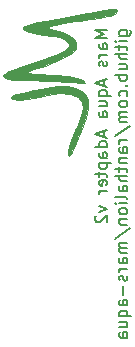
<source format=gbr>
G04 #@! TF.GenerationSoftware,KiCad,Pcbnew,(5.0.1)-3*
G04 #@! TF.CreationDate,2019-05-27T15:52:32-04:00*
G04 #@! TF.ProjectId,mars-aqua-adapter,6D6172732D617175612D616461707465,rev?*
G04 #@! TF.SameCoordinates,Original*
G04 #@! TF.FileFunction,Legend,Bot*
G04 #@! TF.FilePolarity,Positive*
%FSLAX46Y46*%
G04 Gerber Fmt 4.6, Leading zero omitted, Abs format (unit mm)*
G04 Created by KiCad (PCBNEW (5.0.1)-3) date 5/27/2019 3:52:32 PM*
%MOMM*%
%LPD*%
G01*
G04 APERTURE LIST*
%ADD10C,0.200000*%
%ADD11C,0.010000*%
G04 APERTURE END LIST*
D10*
X124771040Y-83847735D02*
X123771040Y-83847735D01*
X124485326Y-84181068D01*
X123771040Y-84514401D01*
X124771040Y-84514401D01*
X124771040Y-85419163D02*
X124247231Y-85419163D01*
X124151993Y-85371544D01*
X124104374Y-85276306D01*
X124104374Y-85085830D01*
X124151993Y-84990592D01*
X124723421Y-85419163D02*
X124771040Y-85323925D01*
X124771040Y-85085830D01*
X124723421Y-84990592D01*
X124628183Y-84942973D01*
X124532945Y-84942973D01*
X124437707Y-84990592D01*
X124390088Y-85085830D01*
X124390088Y-85323925D01*
X124342469Y-85419163D01*
X124771040Y-85895354D02*
X124104374Y-85895354D01*
X124294850Y-85895354D02*
X124199612Y-85942973D01*
X124151993Y-85990592D01*
X124104374Y-86085830D01*
X124104374Y-86181068D01*
X124723421Y-86466782D02*
X124771040Y-86562020D01*
X124771040Y-86752497D01*
X124723421Y-86847735D01*
X124628183Y-86895354D01*
X124580564Y-86895354D01*
X124485326Y-86847735D01*
X124437707Y-86752497D01*
X124437707Y-86609640D01*
X124390088Y-86514401D01*
X124294850Y-86466782D01*
X124247231Y-86466782D01*
X124151993Y-86514401D01*
X124104374Y-86609640D01*
X124104374Y-86752497D01*
X124151993Y-86847735D01*
X124485326Y-88038211D02*
X124485326Y-88514401D01*
X124771040Y-87942973D02*
X123771040Y-88276306D01*
X124771040Y-88609640D01*
X124104374Y-89371544D02*
X125104374Y-89371544D01*
X124723421Y-89371544D02*
X124771040Y-89276306D01*
X124771040Y-89085830D01*
X124723421Y-88990592D01*
X124675802Y-88942973D01*
X124580564Y-88895354D01*
X124294850Y-88895354D01*
X124199612Y-88942973D01*
X124151993Y-88990592D01*
X124104374Y-89085830D01*
X124104374Y-89276306D01*
X124151993Y-89371544D01*
X124104374Y-90276306D02*
X124771040Y-90276306D01*
X124104374Y-89847735D02*
X124628183Y-89847735D01*
X124723421Y-89895354D01*
X124771040Y-89990592D01*
X124771040Y-90133449D01*
X124723421Y-90228687D01*
X124675802Y-90276306D01*
X124771040Y-91181068D02*
X124247231Y-91181068D01*
X124151993Y-91133449D01*
X124104374Y-91038211D01*
X124104374Y-90847735D01*
X124151993Y-90752497D01*
X124723421Y-91181068D02*
X124771040Y-91085830D01*
X124771040Y-90847735D01*
X124723421Y-90752497D01*
X124628183Y-90704878D01*
X124532945Y-90704878D01*
X124437707Y-90752497D01*
X124390088Y-90847735D01*
X124390088Y-91085830D01*
X124342469Y-91181068D01*
X124485326Y-92371544D02*
X124485326Y-92847735D01*
X124771040Y-92276306D02*
X123771040Y-92609640D01*
X124771040Y-92942973D01*
X124771040Y-93704878D02*
X123771040Y-93704878D01*
X124723421Y-93704878D02*
X124771040Y-93609640D01*
X124771040Y-93419163D01*
X124723421Y-93323925D01*
X124675802Y-93276306D01*
X124580564Y-93228687D01*
X124294850Y-93228687D01*
X124199612Y-93276306D01*
X124151993Y-93323925D01*
X124104374Y-93419163D01*
X124104374Y-93609640D01*
X124151993Y-93704878D01*
X124771040Y-94609640D02*
X124247231Y-94609640D01*
X124151993Y-94562020D01*
X124104374Y-94466782D01*
X124104374Y-94276306D01*
X124151993Y-94181068D01*
X124723421Y-94609640D02*
X124771040Y-94514401D01*
X124771040Y-94276306D01*
X124723421Y-94181068D01*
X124628183Y-94133449D01*
X124532945Y-94133449D01*
X124437707Y-94181068D01*
X124390088Y-94276306D01*
X124390088Y-94514401D01*
X124342469Y-94609640D01*
X124104374Y-95085830D02*
X125104374Y-95085830D01*
X124151993Y-95085830D02*
X124104374Y-95181068D01*
X124104374Y-95371544D01*
X124151993Y-95466782D01*
X124199612Y-95514401D01*
X124294850Y-95562020D01*
X124580564Y-95562020D01*
X124675802Y-95514401D01*
X124723421Y-95466782D01*
X124771040Y-95371544D01*
X124771040Y-95181068D01*
X124723421Y-95085830D01*
X124104374Y-95847735D02*
X124104374Y-96228687D01*
X123771040Y-95990592D02*
X124628183Y-95990592D01*
X124723421Y-96038211D01*
X124771040Y-96133449D01*
X124771040Y-96228687D01*
X124723421Y-96942973D02*
X124771040Y-96847735D01*
X124771040Y-96657259D01*
X124723421Y-96562020D01*
X124628183Y-96514401D01*
X124247231Y-96514401D01*
X124151993Y-96562020D01*
X124104374Y-96657259D01*
X124104374Y-96847735D01*
X124151993Y-96942973D01*
X124247231Y-96990592D01*
X124342469Y-96990592D01*
X124437707Y-96514401D01*
X124771040Y-97419163D02*
X124104374Y-97419163D01*
X124294850Y-97419163D02*
X124199612Y-97466782D01*
X124151993Y-97514401D01*
X124104374Y-97609640D01*
X124104374Y-97704878D01*
X124104374Y-98704878D02*
X124771040Y-98942973D01*
X124104374Y-99181068D01*
X123866279Y-99514401D02*
X123818660Y-99562020D01*
X123771040Y-99657259D01*
X123771040Y-99895354D01*
X123818660Y-99990592D01*
X123866279Y-100038211D01*
X123961517Y-100085830D01*
X124056755Y-100085830D01*
X124199612Y-100038211D01*
X124771040Y-99466782D01*
X124771040Y-100085830D01*
X125804374Y-84276306D02*
X126613898Y-84276306D01*
X126709136Y-84228687D01*
X126756755Y-84181068D01*
X126804374Y-84085830D01*
X126804374Y-83942973D01*
X126756755Y-83847735D01*
X126423421Y-84276306D02*
X126471040Y-84181068D01*
X126471040Y-83990592D01*
X126423421Y-83895354D01*
X126375802Y-83847735D01*
X126280564Y-83800116D01*
X125994850Y-83800116D01*
X125899612Y-83847735D01*
X125851993Y-83895354D01*
X125804374Y-83990592D01*
X125804374Y-84181068D01*
X125851993Y-84276306D01*
X126471040Y-84752497D02*
X125804374Y-84752497D01*
X125471040Y-84752497D02*
X125518660Y-84704878D01*
X125566279Y-84752497D01*
X125518660Y-84800116D01*
X125471040Y-84752497D01*
X125566279Y-84752497D01*
X125804374Y-85085830D02*
X125804374Y-85466782D01*
X125471040Y-85228687D02*
X126328183Y-85228687D01*
X126423421Y-85276306D01*
X126471040Y-85371544D01*
X126471040Y-85466782D01*
X126471040Y-85800116D02*
X125471040Y-85800116D01*
X126471040Y-86228687D02*
X125947231Y-86228687D01*
X125851993Y-86181068D01*
X125804374Y-86085830D01*
X125804374Y-85942973D01*
X125851993Y-85847735D01*
X125899612Y-85800116D01*
X125804374Y-87133449D02*
X126471040Y-87133449D01*
X125804374Y-86704878D02*
X126328183Y-86704878D01*
X126423421Y-86752497D01*
X126471040Y-86847735D01*
X126471040Y-86990592D01*
X126423421Y-87085830D01*
X126375802Y-87133449D01*
X126471040Y-87609640D02*
X125471040Y-87609640D01*
X125851993Y-87609640D02*
X125804374Y-87704878D01*
X125804374Y-87895354D01*
X125851993Y-87990592D01*
X125899612Y-88038211D01*
X125994850Y-88085830D01*
X126280564Y-88085830D01*
X126375802Y-88038211D01*
X126423421Y-87990592D01*
X126471040Y-87895354D01*
X126471040Y-87704878D01*
X126423421Y-87609640D01*
X126375802Y-88514401D02*
X126423421Y-88562020D01*
X126471040Y-88514401D01*
X126423421Y-88466782D01*
X126375802Y-88514401D01*
X126471040Y-88514401D01*
X126423421Y-89419163D02*
X126471040Y-89323925D01*
X126471040Y-89133449D01*
X126423421Y-89038211D01*
X126375802Y-88990592D01*
X126280564Y-88942973D01*
X125994850Y-88942973D01*
X125899612Y-88990592D01*
X125851993Y-89038211D01*
X125804374Y-89133449D01*
X125804374Y-89323925D01*
X125851993Y-89419163D01*
X126471040Y-89990592D02*
X126423421Y-89895354D01*
X126375802Y-89847735D01*
X126280564Y-89800116D01*
X125994850Y-89800116D01*
X125899612Y-89847735D01*
X125851993Y-89895354D01*
X125804374Y-89990592D01*
X125804374Y-90133449D01*
X125851993Y-90228687D01*
X125899612Y-90276306D01*
X125994850Y-90323925D01*
X126280564Y-90323925D01*
X126375802Y-90276306D01*
X126423421Y-90228687D01*
X126471040Y-90133449D01*
X126471040Y-89990592D01*
X126471040Y-90752497D02*
X125804374Y-90752497D01*
X125899612Y-90752497D02*
X125851993Y-90800116D01*
X125804374Y-90895354D01*
X125804374Y-91038211D01*
X125851993Y-91133449D01*
X125947231Y-91181068D01*
X126471040Y-91181068D01*
X125947231Y-91181068D02*
X125851993Y-91228687D01*
X125804374Y-91323925D01*
X125804374Y-91466782D01*
X125851993Y-91562020D01*
X125947231Y-91609640D01*
X126471040Y-91609640D01*
X125423421Y-92800116D02*
X126709136Y-91942973D01*
X126471040Y-93133449D02*
X125804374Y-93133449D01*
X125994850Y-93133449D02*
X125899612Y-93181068D01*
X125851993Y-93228687D01*
X125804374Y-93323925D01*
X125804374Y-93419163D01*
X126471040Y-94181068D02*
X125947231Y-94181068D01*
X125851993Y-94133449D01*
X125804374Y-94038211D01*
X125804374Y-93847735D01*
X125851993Y-93752497D01*
X126423421Y-94181068D02*
X126471040Y-94085830D01*
X126471040Y-93847735D01*
X126423421Y-93752497D01*
X126328183Y-93704878D01*
X126232945Y-93704878D01*
X126137707Y-93752497D01*
X126090088Y-93847735D01*
X126090088Y-94085830D01*
X126042469Y-94181068D01*
X125804374Y-94657259D02*
X126471040Y-94657259D01*
X125899612Y-94657259D02*
X125851993Y-94704878D01*
X125804374Y-94800116D01*
X125804374Y-94942973D01*
X125851993Y-95038211D01*
X125947231Y-95085830D01*
X126471040Y-95085830D01*
X125804374Y-95419163D02*
X125804374Y-95800116D01*
X125471040Y-95562020D02*
X126328183Y-95562020D01*
X126423421Y-95609640D01*
X126471040Y-95704878D01*
X126471040Y-95800116D01*
X126471040Y-96133449D02*
X125471040Y-96133449D01*
X126471040Y-96562020D02*
X125947231Y-96562020D01*
X125851993Y-96514401D01*
X125804374Y-96419163D01*
X125804374Y-96276306D01*
X125851993Y-96181068D01*
X125899612Y-96133449D01*
X126471040Y-97466782D02*
X125947231Y-97466782D01*
X125851993Y-97419163D01*
X125804374Y-97323925D01*
X125804374Y-97133449D01*
X125851993Y-97038211D01*
X126423421Y-97466782D02*
X126471040Y-97371544D01*
X126471040Y-97133449D01*
X126423421Y-97038211D01*
X126328183Y-96990592D01*
X126232945Y-96990592D01*
X126137707Y-97038211D01*
X126090088Y-97133449D01*
X126090088Y-97371544D01*
X126042469Y-97466782D01*
X126471040Y-98085830D02*
X126423421Y-97990592D01*
X126328183Y-97942973D01*
X125471040Y-97942973D01*
X126471040Y-98466782D02*
X125804374Y-98466782D01*
X125471040Y-98466782D02*
X125518660Y-98419163D01*
X125566279Y-98466782D01*
X125518660Y-98514401D01*
X125471040Y-98466782D01*
X125566279Y-98466782D01*
X126471040Y-99085830D02*
X126423421Y-98990592D01*
X126375802Y-98942973D01*
X126280564Y-98895354D01*
X125994850Y-98895354D01*
X125899612Y-98942973D01*
X125851993Y-98990592D01*
X125804374Y-99085830D01*
X125804374Y-99228687D01*
X125851993Y-99323925D01*
X125899612Y-99371544D01*
X125994850Y-99419163D01*
X126280564Y-99419163D01*
X126375802Y-99371544D01*
X126423421Y-99323925D01*
X126471040Y-99228687D01*
X126471040Y-99085830D01*
X125804374Y-99847735D02*
X126471040Y-99847735D01*
X125899612Y-99847735D02*
X125851993Y-99895354D01*
X125804374Y-99990592D01*
X125804374Y-100133449D01*
X125851993Y-100228687D01*
X125947231Y-100276306D01*
X126471040Y-100276306D01*
X125423421Y-101466782D02*
X126709136Y-100609640D01*
X126471040Y-101800116D02*
X125804374Y-101800116D01*
X125899612Y-101800116D02*
X125851993Y-101847735D01*
X125804374Y-101942973D01*
X125804374Y-102085830D01*
X125851993Y-102181068D01*
X125947231Y-102228687D01*
X126471040Y-102228687D01*
X125947231Y-102228687D02*
X125851993Y-102276306D01*
X125804374Y-102371544D01*
X125804374Y-102514401D01*
X125851993Y-102609640D01*
X125947231Y-102657259D01*
X126471040Y-102657259D01*
X126471040Y-103562020D02*
X125947231Y-103562020D01*
X125851993Y-103514401D01*
X125804374Y-103419163D01*
X125804374Y-103228687D01*
X125851993Y-103133449D01*
X126423421Y-103562020D02*
X126471040Y-103466782D01*
X126471040Y-103228687D01*
X126423421Y-103133449D01*
X126328183Y-103085830D01*
X126232945Y-103085830D01*
X126137707Y-103133449D01*
X126090088Y-103228687D01*
X126090088Y-103466782D01*
X126042469Y-103562020D01*
X126471040Y-104038211D02*
X125804374Y-104038211D01*
X125994850Y-104038211D02*
X125899612Y-104085830D01*
X125851993Y-104133449D01*
X125804374Y-104228687D01*
X125804374Y-104323925D01*
X126423421Y-104609640D02*
X126471040Y-104704878D01*
X126471040Y-104895354D01*
X126423421Y-104990592D01*
X126328183Y-105038211D01*
X126280564Y-105038211D01*
X126185326Y-104990592D01*
X126137707Y-104895354D01*
X126137707Y-104752497D01*
X126090088Y-104657259D01*
X125994850Y-104609640D01*
X125947231Y-104609640D01*
X125851993Y-104657259D01*
X125804374Y-104752497D01*
X125804374Y-104895354D01*
X125851993Y-104990592D01*
X126090088Y-105466782D02*
X126090088Y-106228687D01*
X126471040Y-107133449D02*
X125947231Y-107133449D01*
X125851993Y-107085830D01*
X125804374Y-106990592D01*
X125804374Y-106800116D01*
X125851993Y-106704878D01*
X126423421Y-107133449D02*
X126471040Y-107038211D01*
X126471040Y-106800116D01*
X126423421Y-106704878D01*
X126328183Y-106657259D01*
X126232945Y-106657259D01*
X126137707Y-106704878D01*
X126090088Y-106800116D01*
X126090088Y-107038211D01*
X126042469Y-107133449D01*
X125804374Y-108038211D02*
X126804374Y-108038211D01*
X126423421Y-108038211D02*
X126471040Y-107942973D01*
X126471040Y-107752497D01*
X126423421Y-107657259D01*
X126375802Y-107609640D01*
X126280564Y-107562020D01*
X125994850Y-107562020D01*
X125899612Y-107609640D01*
X125851993Y-107657259D01*
X125804374Y-107752497D01*
X125804374Y-107942973D01*
X125851993Y-108038211D01*
X125804374Y-108942973D02*
X126471040Y-108942973D01*
X125804374Y-108514401D02*
X126328183Y-108514401D01*
X126423421Y-108562020D01*
X126471040Y-108657259D01*
X126471040Y-108800116D01*
X126423421Y-108895354D01*
X126375802Y-108942973D01*
X126471040Y-109847735D02*
X125947231Y-109847735D01*
X125851993Y-109800116D01*
X125804374Y-109704878D01*
X125804374Y-109514401D01*
X125851993Y-109419163D01*
X126423421Y-109847735D02*
X126471040Y-109752497D01*
X126471040Y-109514401D01*
X126423421Y-109419163D01*
X126328183Y-109371544D01*
X126232945Y-109371544D01*
X126137707Y-109419163D01*
X126090088Y-109514401D01*
X126090088Y-109752497D01*
X126042469Y-109847735D01*
D11*
G04 #@! TO.C,G\002A\002A\002A*
G36*
X116818006Y-89674835D02*
X117279879Y-89708299D01*
X118033858Y-89633692D01*
X119067008Y-89451915D01*
X119680162Y-89322021D01*
X120807592Y-89149431D01*
X121675210Y-89188397D01*
X122282358Y-89438680D01*
X122628379Y-89900036D01*
X122716803Y-90436685D01*
X122648099Y-90806690D01*
X122466398Y-91367656D01*
X122208316Y-92009217D01*
X122157173Y-92123429D01*
X121793322Y-92982580D01*
X121553857Y-93677956D01*
X121448980Y-94170620D01*
X121488891Y-94421634D01*
X121548804Y-94445662D01*
X121738516Y-94308602D01*
X121818614Y-94151291D01*
X121926344Y-93874586D01*
X122133040Y-93373435D01*
X122403723Y-92731998D01*
X122570288Y-92342719D01*
X122981688Y-91261317D01*
X123182502Y-90406566D01*
X123177600Y-89746737D01*
X123030933Y-89341490D01*
X122676633Y-89005493D01*
X122101315Y-88735480D01*
X121419811Y-88577765D01*
X121082140Y-88555512D01*
X120656772Y-88586567D01*
X119999753Y-88672731D01*
X119208667Y-88799933D01*
X118553558Y-88920096D01*
X117664542Y-89106346D01*
X117075605Y-89264676D01*
X116752665Y-89406112D01*
X116661174Y-89532399D01*
X116818006Y-89674835D01*
X116818006Y-89674835D01*
G37*
X116818006Y-89674835D02*
X117279879Y-89708299D01*
X118033858Y-89633692D01*
X119067008Y-89451915D01*
X119680162Y-89322021D01*
X120807592Y-89149431D01*
X121675210Y-89188397D01*
X122282358Y-89438680D01*
X122628379Y-89900036D01*
X122716803Y-90436685D01*
X122648099Y-90806690D01*
X122466398Y-91367656D01*
X122208316Y-92009217D01*
X122157173Y-92123429D01*
X121793322Y-92982580D01*
X121553857Y-93677956D01*
X121448980Y-94170620D01*
X121488891Y-94421634D01*
X121548804Y-94445662D01*
X121738516Y-94308602D01*
X121818614Y-94151291D01*
X121926344Y-93874586D01*
X122133040Y-93373435D01*
X122403723Y-92731998D01*
X122570288Y-92342719D01*
X122981688Y-91261317D01*
X123182502Y-90406566D01*
X123177600Y-89746737D01*
X123030933Y-89341490D01*
X122676633Y-89005493D01*
X122101315Y-88735480D01*
X121419811Y-88577765D01*
X121082140Y-88555512D01*
X120656772Y-88586567D01*
X119999753Y-88672731D01*
X119208667Y-88799933D01*
X118553558Y-88920096D01*
X117664542Y-89106346D01*
X117075605Y-89264676D01*
X116752665Y-89406112D01*
X116661174Y-89532399D01*
X116818006Y-89674835D01*
G36*
X116021101Y-87774021D02*
X116146763Y-87871284D01*
X116406316Y-87944782D01*
X116840765Y-87999830D01*
X117491114Y-88041741D01*
X118398368Y-88075829D01*
X119520777Y-88105456D01*
X120472092Y-88135065D01*
X121319842Y-88174672D01*
X122000482Y-88220278D01*
X122450465Y-88267886D01*
X122590644Y-88298637D01*
X122830799Y-88335520D01*
X122885015Y-88266818D01*
X122720235Y-88037902D01*
X122235486Y-87849595D01*
X121445153Y-87705260D01*
X120363624Y-87608257D01*
X119983360Y-87588837D01*
X119213030Y-87546289D01*
X118583078Y-87494337D01*
X118159155Y-87439602D01*
X118006869Y-87389471D01*
X118154909Y-87288106D01*
X118535024Y-87149560D01*
X118865300Y-87056141D01*
X119526218Y-86846319D01*
X120242119Y-86554711D01*
X120936607Y-86220653D01*
X121533285Y-85883483D01*
X121955757Y-85582538D01*
X122122791Y-85378824D01*
X122154907Y-84977115D01*
X122116854Y-84804925D01*
X121853881Y-84486116D01*
X121362920Y-84165412D01*
X120747097Y-83900453D01*
X120273024Y-83774420D01*
X119921502Y-83688141D01*
X119805058Y-83598684D01*
X119942322Y-83499624D01*
X120351924Y-83384536D01*
X121052494Y-83246993D01*
X122062662Y-83080573D01*
X122464485Y-83018625D01*
X123346933Y-82882554D01*
X124135600Y-82757861D01*
X124757929Y-82656239D01*
X125141361Y-82589383D01*
X125197929Y-82578076D01*
X125464555Y-82429480D01*
X125577918Y-82207156D01*
X125503272Y-82031057D01*
X125366141Y-81997344D01*
X125106235Y-82028164D01*
X124549350Y-82117304D01*
X123728743Y-82258880D01*
X122677676Y-82447005D01*
X121429408Y-82675793D01*
X120017199Y-82939359D01*
X119620725Y-83014093D01*
X118898507Y-83163988D01*
X118296202Y-83314069D01*
X117894047Y-83442975D01*
X117778805Y-83504455D01*
X117689267Y-83732084D01*
X117919160Y-83921504D01*
X118473714Y-84075040D01*
X119326044Y-84191807D01*
X120187660Y-84300548D01*
X120787979Y-84438314D01*
X121202103Y-84630080D01*
X121505132Y-84900824D01*
X121523468Y-84922588D01*
X121553744Y-85170665D01*
X121266420Y-85463339D01*
X120657982Y-85802502D01*
X119724914Y-86190046D01*
X118463701Y-86627865D01*
X118198224Y-86713220D01*
X117209780Y-87044577D01*
X116501891Y-87319195D01*
X116091361Y-87529968D01*
X115988326Y-87647680D01*
X116021101Y-87774021D01*
X116021101Y-87774021D01*
G37*
X116021101Y-87774021D02*
X116146763Y-87871284D01*
X116406316Y-87944782D01*
X116840765Y-87999830D01*
X117491114Y-88041741D01*
X118398368Y-88075829D01*
X119520777Y-88105456D01*
X120472092Y-88135065D01*
X121319842Y-88174672D01*
X122000482Y-88220278D01*
X122450465Y-88267886D01*
X122590644Y-88298637D01*
X122830799Y-88335520D01*
X122885015Y-88266818D01*
X122720235Y-88037902D01*
X122235486Y-87849595D01*
X121445153Y-87705260D01*
X120363624Y-87608257D01*
X119983360Y-87588837D01*
X119213030Y-87546289D01*
X118583078Y-87494337D01*
X118159155Y-87439602D01*
X118006869Y-87389471D01*
X118154909Y-87288106D01*
X118535024Y-87149560D01*
X118865300Y-87056141D01*
X119526218Y-86846319D01*
X120242119Y-86554711D01*
X120936607Y-86220653D01*
X121533285Y-85883483D01*
X121955757Y-85582538D01*
X122122791Y-85378824D01*
X122154907Y-84977115D01*
X122116854Y-84804925D01*
X121853881Y-84486116D01*
X121362920Y-84165412D01*
X120747097Y-83900453D01*
X120273024Y-83774420D01*
X119921502Y-83688141D01*
X119805058Y-83598684D01*
X119942322Y-83499624D01*
X120351924Y-83384536D01*
X121052494Y-83246993D01*
X122062662Y-83080573D01*
X122464485Y-83018625D01*
X123346933Y-82882554D01*
X124135600Y-82757861D01*
X124757929Y-82656239D01*
X125141361Y-82589383D01*
X125197929Y-82578076D01*
X125464555Y-82429480D01*
X125577918Y-82207156D01*
X125503272Y-82031057D01*
X125366141Y-81997344D01*
X125106235Y-82028164D01*
X124549350Y-82117304D01*
X123728743Y-82258880D01*
X122677676Y-82447005D01*
X121429408Y-82675793D01*
X120017199Y-82939359D01*
X119620725Y-83014093D01*
X118898507Y-83163988D01*
X118296202Y-83314069D01*
X117894047Y-83442975D01*
X117778805Y-83504455D01*
X117689267Y-83732084D01*
X117919160Y-83921504D01*
X118473714Y-84075040D01*
X119326044Y-84191807D01*
X120187660Y-84300548D01*
X120787979Y-84438314D01*
X121202103Y-84630080D01*
X121505132Y-84900824D01*
X121523468Y-84922588D01*
X121553744Y-85170665D01*
X121266420Y-85463339D01*
X120657982Y-85802502D01*
X119724914Y-86190046D01*
X118463701Y-86627865D01*
X118198224Y-86713220D01*
X117209780Y-87044577D01*
X116501891Y-87319195D01*
X116091361Y-87529968D01*
X115988326Y-87647680D01*
X116021101Y-87774021D01*
G04 #@! TD*
M02*

</source>
